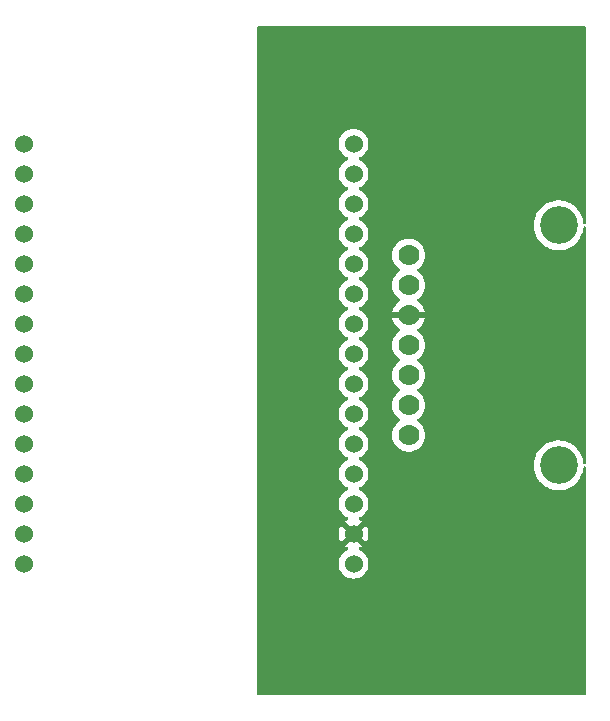
<source format=gbr>
%TF.GenerationSoftware,KiCad,Pcbnew,8.0.3*%
%TF.CreationDate,2024-07-11T16:06:48-07:00*%
%TF.ProjectId,RomiEnvironDetector,526f6d69-456e-4766-9972-6f6e44657465,rev?*%
%TF.SameCoordinates,Original*%
%TF.FileFunction,Copper,L2,Bot*%
%TF.FilePolarity,Positive*%
%FSLAX46Y46*%
G04 Gerber Fmt 4.6, Leading zero omitted, Abs format (unit mm)*
G04 Created by KiCad (PCBNEW 8.0.3) date 2024-07-11 16:06:48*
%MOMM*%
%LPD*%
G01*
G04 APERTURE LIST*
%TA.AperFunction,ComponentPad*%
%ADD10C,1.778000*%
%TD*%
%TA.AperFunction,ComponentPad*%
%ADD11C,3.200000*%
%TD*%
%TA.AperFunction,ComponentPad*%
%ADD12C,1.524000*%
%TD*%
G04 APERTURE END LIST*
D10*
%TO.P,BME688,1,VIN*%
%TO.N,Net-(BME688-VIN)*%
X140460000Y-74280000D03*
%TO.P,BME688,2,3Vo*%
%TO.N,unconnected-(BME688-3Vo-Pad2)*%
X140460000Y-76820000D03*
%TO.P,BME688,3,GND*%
%TO.N,GND*%
X140460000Y-79360000D03*
%TO.P,BME688,4,SCK*%
%TO.N,Net-(BME688-SCK)*%
X140460000Y-81900000D03*
%TO.P,BME688,5,SD0*%
%TO.N,unconnected-(BME688-SD0-Pad5)*%
X140460000Y-84440000D03*
%TO.P,BME688,6,SDI*%
%TO.N,Net-(BME688-SDI)*%
X140460000Y-86980000D03*
%TO.P,BME688,7,CS*%
%TO.N,unconnected-(BME688-CS-Pad7)*%
X140460000Y-89520000D03*
D11*
%TO.P,BME688,P$1*%
%TO.N,N/C*%
X153160000Y-71740000D03*
X153160000Y-92060000D03*
%TD*%
D12*
%TO.P,NodeMCU-ESP8266,1,A0*%
%TO.N,unconnected-(NodeMCU-ESP8266-A0-Pad1)*%
X107860000Y-64840000D03*
%TO.P,NodeMCU-ESP8266,2,G*%
%TO.N,unconnected-(NodeMCU-ESP8266-G-Pad2)*%
X107860000Y-67380000D03*
%TO.P,NodeMCU-ESP8266,3,VU*%
%TO.N,unconnected-(NodeMCU-ESP8266-VU-Pad3)*%
X107860000Y-69920000D03*
%TO.P,NodeMCU-ESP8266,4,S3*%
%TO.N,unconnected-(NodeMCU-ESP8266-S3-Pad4)*%
X107860000Y-72460000D03*
%TO.P,NodeMCU-ESP8266,5,S2*%
%TO.N,unconnected-(NodeMCU-ESP8266-S2-Pad5)*%
X107860000Y-75000000D03*
%TO.P,NodeMCU-ESP8266,6,S1*%
%TO.N,unconnected-(NodeMCU-ESP8266-S1-Pad6)*%
X107860000Y-77540000D03*
%TO.P,NodeMCU-ESP8266,7,SC*%
%TO.N,unconnected-(NodeMCU-ESP8266-SC-Pad7)*%
X107860000Y-80080000D03*
%TO.P,NodeMCU-ESP8266,8,S0*%
%TO.N,unconnected-(NodeMCU-ESP8266-S0-Pad8)*%
X107860000Y-82620000D03*
%TO.P,NodeMCU-ESP8266,9,SK*%
%TO.N,unconnected-(NodeMCU-ESP8266-SK-Pad9)*%
X107860000Y-85160000D03*
%TO.P,NodeMCU-ESP8266,10,G*%
%TO.N,unconnected-(NodeMCU-ESP8266-G-Pad10)*%
X107860000Y-87700000D03*
%TO.P,NodeMCU-ESP8266,11,3V*%
%TO.N,unconnected-(NodeMCU-ESP8266-3V-Pad11)*%
X107860000Y-90240000D03*
%TO.P,NodeMCU-ESP8266,12,EN*%
%TO.N,unconnected-(NodeMCU-ESP8266-EN-Pad12)*%
X107860000Y-92780000D03*
%TO.P,NodeMCU-ESP8266,13,RST*%
%TO.N,unconnected-(NodeMCU-ESP8266-RST-Pad13)*%
X107860000Y-95320000D03*
%TO.P,NodeMCU-ESP8266,14,G*%
%TO.N,unconnected-(NodeMCU-ESP8266-G-Pad14)*%
X107860000Y-97860000D03*
%TO.P,NodeMCU-ESP8266,15,VIN*%
%TO.N,unconnected-(NodeMCU-ESP8266-VIN-Pad15)*%
X107860000Y-100400000D03*
%TO.P,NodeMCU-ESP8266,16,3V*%
%TO.N,Net-(BME688-VIN)*%
X135800000Y-100400000D03*
%TO.P,NodeMCU-ESP8266,17,G*%
%TO.N,GND*%
X135800000Y-97860000D03*
%TO.P,NodeMCU-ESP8266,18,TX*%
%TO.N,unconnected-(NodeMCU-ESP8266-TX-Pad18)*%
X135800000Y-95320000D03*
%TO.P,NodeMCU-ESP8266,19,RX*%
%TO.N,unconnected-(NodeMCU-ESP8266-RX-Pad19)*%
X135800000Y-92780000D03*
%TO.P,NodeMCU-ESP8266,20,D8*%
%TO.N,unconnected-(NodeMCU-ESP8266-D8-Pad20)*%
X135800000Y-90240000D03*
%TO.P,NodeMCU-ESP8266,21,D7*%
%TO.N,unconnected-(NodeMCU-ESP8266-D7-Pad21)*%
X135800000Y-87700000D03*
%TO.P,NodeMCU-ESP8266,22,D6*%
%TO.N,unconnected-(NodeMCU-ESP8266-D6-Pad22)*%
X135800000Y-85160000D03*
%TO.P,NodeMCU-ESP8266,23,D5*%
%TO.N,unconnected-(NodeMCU-ESP8266-D5-Pad23)*%
X135800000Y-82620000D03*
%TO.P,NodeMCU-ESP8266,24,G*%
%TO.N,unconnected-(NodeMCU-ESP8266-G-Pad24)*%
X135800000Y-80080000D03*
%TO.P,NodeMCU-ESP8266,25,3V*%
%TO.N,unconnected-(NodeMCU-ESP8266-3V-Pad25)*%
X135800000Y-77540000D03*
%TO.P,NodeMCU-ESP8266,26,D4*%
%TO.N,unconnected-(NodeMCU-ESP8266-D4-Pad26)*%
X135800000Y-75000000D03*
%TO.P,NodeMCU-ESP8266,27,D3*%
%TO.N,unconnected-(NodeMCU-ESP8266-D3-Pad27)*%
X135800000Y-72460000D03*
%TO.P,NodeMCU-ESP8266,28,D2*%
%TO.N,Net-(BME688-SDI)*%
X135800000Y-69920000D03*
%TO.P,NodeMCU-ESP8266,29,D1*%
%TO.N,Net-(BME688-SCK)*%
X135800000Y-67380000D03*
%TO.P,NodeMCU-ESP8266,30,D0*%
%TO.N,unconnected-(NodeMCU-ESP8266-D0-Pad30)*%
X135800000Y-64840000D03*
%TD*%
%TA.AperFunction,Conductor*%
%TO.N,GND*%
G36*
X155442539Y-54920185D02*
G01*
X155488294Y-54972989D01*
X155499500Y-55024500D01*
X155499500Y-71532436D01*
X155479815Y-71599475D01*
X155427011Y-71645230D01*
X155357853Y-71655174D01*
X155294297Y-71626149D01*
X155256523Y-71567371D01*
X155251789Y-71540898D01*
X155248251Y-71489174D01*
X155245798Y-71453314D01*
X155187334Y-71171968D01*
X155091105Y-70901206D01*
X155091106Y-70901206D01*
X154958901Y-70646064D01*
X154793187Y-70411299D01*
X154714554Y-70327105D01*
X154597053Y-70201292D01*
X154374147Y-70019945D01*
X154374146Y-70019944D01*
X154128617Y-69870634D01*
X153865063Y-69756158D01*
X153865061Y-69756157D01*
X153865058Y-69756156D01*
X153735578Y-69719877D01*
X153588364Y-69678630D01*
X153588359Y-69678629D01*
X153588358Y-69678629D01*
X153446018Y-69659064D01*
X153303679Y-69639500D01*
X153303678Y-69639500D01*
X153016322Y-69639500D01*
X153016321Y-69639500D01*
X152731642Y-69678629D01*
X152731635Y-69678630D01*
X152523861Y-69736845D01*
X152454942Y-69756156D01*
X152454939Y-69756156D01*
X152454936Y-69756158D01*
X152454935Y-69756158D01*
X152191382Y-69870634D01*
X151945853Y-70019944D01*
X151722950Y-70201289D01*
X151526812Y-70411299D01*
X151361098Y-70646064D01*
X151228894Y-70901206D01*
X151132667Y-71171962D01*
X151132666Y-71171965D01*
X151074201Y-71453319D01*
X151054592Y-71740000D01*
X151074201Y-72026680D01*
X151132666Y-72308034D01*
X151132667Y-72308037D01*
X151228894Y-72578793D01*
X151228893Y-72578793D01*
X151361098Y-72833935D01*
X151526812Y-73068700D01*
X151567972Y-73112771D01*
X151722947Y-73278708D01*
X151901077Y-73423627D01*
X151945853Y-73460055D01*
X152191382Y-73609365D01*
X152316683Y-73663790D01*
X152454942Y-73723844D01*
X152731642Y-73801371D01*
X152981920Y-73835771D01*
X153016321Y-73840500D01*
X153016322Y-73840500D01*
X153303679Y-73840500D01*
X153334370Y-73836281D01*
X153588358Y-73801371D01*
X153865058Y-73723844D01*
X154007127Y-73662135D01*
X154128617Y-73609365D01*
X154128620Y-73609363D01*
X154128625Y-73609361D01*
X154374147Y-73460055D01*
X154597053Y-73278708D01*
X154793189Y-73068698D01*
X154958901Y-72833936D01*
X155091104Y-72578797D01*
X155187334Y-72308032D01*
X155245798Y-72026686D01*
X155251789Y-71939100D01*
X155276003Y-71873561D01*
X155331806Y-71831516D01*
X155401482Y-71826316D01*
X155462909Y-71859610D01*
X155496584Y-71920829D01*
X155499500Y-71947563D01*
X155499500Y-91852436D01*
X155479815Y-91919475D01*
X155427011Y-91965230D01*
X155357853Y-91975174D01*
X155294297Y-91946149D01*
X155256523Y-91887371D01*
X155251789Y-91860898D01*
X155248251Y-91809174D01*
X155245798Y-91773314D01*
X155187334Y-91491968D01*
X155091105Y-91221206D01*
X155091106Y-91221206D01*
X154958901Y-90966064D01*
X154793187Y-90731299D01*
X154714554Y-90647105D01*
X154597053Y-90521292D01*
X154418923Y-90376373D01*
X154374146Y-90339944D01*
X154128617Y-90190634D01*
X153865063Y-90076158D01*
X153865061Y-90076157D01*
X153865058Y-90076156D01*
X153735578Y-90039877D01*
X153588364Y-89998630D01*
X153588359Y-89998629D01*
X153588358Y-89998629D01*
X153399830Y-89972716D01*
X153303679Y-89959500D01*
X153303678Y-89959500D01*
X153016322Y-89959500D01*
X153016321Y-89959500D01*
X152731642Y-89998629D01*
X152731635Y-89998630D01*
X152523861Y-90056845D01*
X152454942Y-90076156D01*
X152454939Y-90076156D01*
X152454936Y-90076158D01*
X152454935Y-90076158D01*
X152191382Y-90190634D01*
X151945853Y-90339944D01*
X151722950Y-90521289D01*
X151526812Y-90731299D01*
X151361098Y-90966064D01*
X151228894Y-91221206D01*
X151132667Y-91491962D01*
X151132666Y-91491965D01*
X151074201Y-91773319D01*
X151054592Y-92060000D01*
X151074201Y-92346680D01*
X151132666Y-92628034D01*
X151132667Y-92628037D01*
X151228894Y-92898793D01*
X151228893Y-92898793D01*
X151361098Y-93153935D01*
X151526812Y-93388700D01*
X151611923Y-93479831D01*
X151722947Y-93598708D01*
X151909923Y-93750824D01*
X151945853Y-93780055D01*
X152191382Y-93929365D01*
X152316683Y-93983790D01*
X152454942Y-94043844D01*
X152731642Y-94121371D01*
X152981920Y-94155771D01*
X153016321Y-94160500D01*
X153016322Y-94160500D01*
X153303679Y-94160500D01*
X153334370Y-94156281D01*
X153588358Y-94121371D01*
X153865058Y-94043844D01*
X154007127Y-93982135D01*
X154128617Y-93929365D01*
X154128620Y-93929363D01*
X154128625Y-93929361D01*
X154374147Y-93780055D01*
X154597053Y-93598708D01*
X154793189Y-93388698D01*
X154958901Y-93153936D01*
X155091104Y-92898797D01*
X155187334Y-92628032D01*
X155245798Y-92346686D01*
X155251789Y-92259100D01*
X155276003Y-92193561D01*
X155331806Y-92151516D01*
X155401482Y-92146316D01*
X155462909Y-92179610D01*
X155496584Y-92240829D01*
X155499500Y-92267563D01*
X155499500Y-111375500D01*
X155479815Y-111442539D01*
X155427011Y-111488294D01*
X155375500Y-111499500D01*
X127724000Y-111499500D01*
X127656961Y-111479815D01*
X127611206Y-111427011D01*
X127600000Y-111375500D01*
X127600000Y-64839997D01*
X134532677Y-64839997D01*
X134532677Y-64840002D01*
X134551929Y-65060062D01*
X134551930Y-65060070D01*
X134609104Y-65273445D01*
X134609105Y-65273447D01*
X134609106Y-65273450D01*
X134702466Y-65473662D01*
X134702468Y-65473666D01*
X134829170Y-65654615D01*
X134829175Y-65654621D01*
X134985378Y-65810824D01*
X134985384Y-65810829D01*
X135166333Y-65937531D01*
X135166335Y-65937532D01*
X135166338Y-65937534D01*
X135285748Y-65993215D01*
X135295189Y-65997618D01*
X135347628Y-66043790D01*
X135366780Y-66110984D01*
X135346564Y-66177865D01*
X135295189Y-66222382D01*
X135166340Y-66282465D01*
X135166338Y-66282466D01*
X134985377Y-66409175D01*
X134829175Y-66565377D01*
X134702466Y-66746338D01*
X134702465Y-66746340D01*
X134609107Y-66946548D01*
X134609104Y-66946554D01*
X134551930Y-67159929D01*
X134551929Y-67159937D01*
X134532677Y-67379997D01*
X134532677Y-67380002D01*
X134551929Y-67600062D01*
X134551930Y-67600070D01*
X134609104Y-67813445D01*
X134609105Y-67813447D01*
X134609106Y-67813450D01*
X134702466Y-68013662D01*
X134702468Y-68013666D01*
X134829170Y-68194615D01*
X134829175Y-68194621D01*
X134985378Y-68350824D01*
X134985384Y-68350829D01*
X135166333Y-68477531D01*
X135166335Y-68477532D01*
X135166338Y-68477534D01*
X135285748Y-68533215D01*
X135295189Y-68537618D01*
X135347628Y-68583790D01*
X135366780Y-68650984D01*
X135346564Y-68717865D01*
X135295189Y-68762382D01*
X135166340Y-68822465D01*
X135166338Y-68822466D01*
X134985377Y-68949175D01*
X134829175Y-69105377D01*
X134702466Y-69286338D01*
X134702465Y-69286340D01*
X134609107Y-69486548D01*
X134609104Y-69486554D01*
X134551930Y-69699929D01*
X134551929Y-69699937D01*
X134532677Y-69919997D01*
X134532677Y-69920002D01*
X134551929Y-70140062D01*
X134551930Y-70140070D01*
X134609104Y-70353445D01*
X134609105Y-70353447D01*
X134609106Y-70353450D01*
X134636083Y-70411302D01*
X134702466Y-70553662D01*
X134702468Y-70553666D01*
X134829170Y-70734615D01*
X134829175Y-70734621D01*
X134985378Y-70890824D01*
X134985384Y-70890829D01*
X135166333Y-71017531D01*
X135166335Y-71017532D01*
X135166338Y-71017534D01*
X135285748Y-71073215D01*
X135295189Y-71077618D01*
X135347628Y-71123790D01*
X135366780Y-71190984D01*
X135346564Y-71257865D01*
X135295189Y-71302382D01*
X135166340Y-71362465D01*
X135166338Y-71362466D01*
X134985377Y-71489175D01*
X134829175Y-71645377D01*
X134702466Y-71826338D01*
X134702465Y-71826340D01*
X134609107Y-72026548D01*
X134609104Y-72026554D01*
X134551930Y-72239929D01*
X134551929Y-72239937D01*
X134532677Y-72459997D01*
X134532677Y-72460002D01*
X134551929Y-72680062D01*
X134551930Y-72680070D01*
X134609104Y-72893445D01*
X134609105Y-72893447D01*
X134609106Y-72893450D01*
X134660269Y-73003169D01*
X134702466Y-73093662D01*
X134702468Y-73093666D01*
X134829170Y-73274615D01*
X134829175Y-73274621D01*
X134985378Y-73430824D01*
X134985384Y-73430829D01*
X135166333Y-73557531D01*
X135166335Y-73557532D01*
X135166338Y-73557534D01*
X135277482Y-73609361D01*
X135295189Y-73617618D01*
X135347628Y-73663790D01*
X135366780Y-73730984D01*
X135346564Y-73797865D01*
X135295189Y-73842382D01*
X135166340Y-73902465D01*
X135166338Y-73902466D01*
X134985377Y-74029175D01*
X134829175Y-74185377D01*
X134702466Y-74366338D01*
X134702465Y-74366340D01*
X134609107Y-74566548D01*
X134609104Y-74566554D01*
X134551930Y-74779929D01*
X134551929Y-74779937D01*
X134532677Y-74999997D01*
X134532677Y-75000002D01*
X134551929Y-75220062D01*
X134551930Y-75220070D01*
X134609104Y-75433445D01*
X134609105Y-75433447D01*
X134609106Y-75433450D01*
X134687082Y-75600670D01*
X134702466Y-75633662D01*
X134702468Y-75633666D01*
X134829170Y-75814615D01*
X134829175Y-75814621D01*
X134985378Y-75970824D01*
X134985384Y-75970829D01*
X135166333Y-76097531D01*
X135166335Y-76097532D01*
X135166338Y-76097534D01*
X135285748Y-76153215D01*
X135295189Y-76157618D01*
X135347628Y-76203790D01*
X135366780Y-76270984D01*
X135346564Y-76337865D01*
X135295189Y-76382382D01*
X135166340Y-76442465D01*
X135166338Y-76442466D01*
X134985377Y-76569175D01*
X134829175Y-76725377D01*
X134702466Y-76906338D01*
X134702465Y-76906340D01*
X134609107Y-77106548D01*
X134609104Y-77106554D01*
X134551930Y-77319929D01*
X134551929Y-77319937D01*
X134532677Y-77539997D01*
X134532677Y-77540002D01*
X134551929Y-77760062D01*
X134551930Y-77760070D01*
X134609104Y-77973445D01*
X134609105Y-77973447D01*
X134609106Y-77973450D01*
X134654927Y-78071714D01*
X134702466Y-78173662D01*
X134702468Y-78173666D01*
X134829170Y-78354615D01*
X134829175Y-78354621D01*
X134985378Y-78510824D01*
X134985384Y-78510829D01*
X135166333Y-78637531D01*
X135166335Y-78637532D01*
X135166338Y-78637534D01*
X135285748Y-78693215D01*
X135295189Y-78697618D01*
X135347628Y-78743790D01*
X135366780Y-78810984D01*
X135346564Y-78877865D01*
X135295189Y-78922382D01*
X135166340Y-78982465D01*
X135166338Y-78982466D01*
X134985377Y-79109175D01*
X134829175Y-79265377D01*
X134702466Y-79446338D01*
X134702465Y-79446340D01*
X134609107Y-79646548D01*
X134609104Y-79646554D01*
X134551930Y-79859929D01*
X134551929Y-79859937D01*
X134532677Y-80079997D01*
X134532677Y-80080002D01*
X134551929Y-80300062D01*
X134551930Y-80300070D01*
X134609104Y-80513445D01*
X134609105Y-80513447D01*
X134609106Y-80513450D01*
X134654657Y-80611135D01*
X134702466Y-80713662D01*
X134702468Y-80713666D01*
X134829170Y-80894615D01*
X134829175Y-80894621D01*
X134985378Y-81050824D01*
X134985384Y-81050829D01*
X135166333Y-81177531D01*
X135166335Y-81177532D01*
X135166338Y-81177534D01*
X135285748Y-81233215D01*
X135295189Y-81237618D01*
X135347628Y-81283790D01*
X135366780Y-81350984D01*
X135346564Y-81417865D01*
X135295189Y-81462382D01*
X135166340Y-81522465D01*
X135166338Y-81522466D01*
X134985377Y-81649175D01*
X134829175Y-81805377D01*
X134702466Y-81986338D01*
X134702465Y-81986340D01*
X134609107Y-82186548D01*
X134609104Y-82186554D01*
X134551930Y-82399929D01*
X134551929Y-82399937D01*
X134532677Y-82619997D01*
X134532677Y-82620002D01*
X134551929Y-82840062D01*
X134551930Y-82840070D01*
X134609104Y-83053445D01*
X134609105Y-83053447D01*
X134609106Y-83053450D01*
X134687082Y-83220670D01*
X134702466Y-83253662D01*
X134702468Y-83253666D01*
X134829170Y-83434615D01*
X134829175Y-83434621D01*
X134985378Y-83590824D01*
X134985384Y-83590829D01*
X135166333Y-83717531D01*
X135166335Y-83717532D01*
X135166338Y-83717534D01*
X135285748Y-83773215D01*
X135295189Y-83777618D01*
X135347628Y-83823790D01*
X135366780Y-83890984D01*
X135346564Y-83957865D01*
X135295189Y-84002382D01*
X135166340Y-84062465D01*
X135166338Y-84062466D01*
X134985377Y-84189175D01*
X134829175Y-84345377D01*
X134702466Y-84526338D01*
X134702465Y-84526340D01*
X134609107Y-84726548D01*
X134609104Y-84726554D01*
X134551930Y-84939929D01*
X134551929Y-84939937D01*
X134532677Y-85159997D01*
X134532677Y-85160002D01*
X134551929Y-85380062D01*
X134551930Y-85380070D01*
X134609104Y-85593445D01*
X134609105Y-85593447D01*
X134609106Y-85593450D01*
X134687082Y-85760670D01*
X134702466Y-85793662D01*
X134702468Y-85793666D01*
X134829170Y-85974615D01*
X134829175Y-85974621D01*
X134985378Y-86130824D01*
X134985384Y-86130829D01*
X135166333Y-86257531D01*
X135166335Y-86257532D01*
X135166338Y-86257534D01*
X135285748Y-86313215D01*
X135295189Y-86317618D01*
X135347628Y-86363790D01*
X135366780Y-86430984D01*
X135346564Y-86497865D01*
X135295189Y-86542382D01*
X135166340Y-86602465D01*
X135166338Y-86602466D01*
X134985377Y-86729175D01*
X134829175Y-86885377D01*
X134702466Y-87066338D01*
X134702465Y-87066340D01*
X134609107Y-87266548D01*
X134609104Y-87266554D01*
X134551930Y-87479929D01*
X134551929Y-87479937D01*
X134532677Y-87699997D01*
X134532677Y-87700002D01*
X134551929Y-87920062D01*
X134551930Y-87920070D01*
X134609104Y-88133445D01*
X134609105Y-88133447D01*
X134609106Y-88133450D01*
X134687082Y-88300670D01*
X134702466Y-88333662D01*
X134702468Y-88333666D01*
X134829170Y-88514615D01*
X134829175Y-88514621D01*
X134985378Y-88670824D01*
X134985384Y-88670829D01*
X135166333Y-88797531D01*
X135166335Y-88797532D01*
X135166338Y-88797534D01*
X135285748Y-88853215D01*
X135295189Y-88857618D01*
X135347628Y-88903790D01*
X135366780Y-88970984D01*
X135346564Y-89037865D01*
X135295189Y-89082382D01*
X135166340Y-89142465D01*
X135166338Y-89142466D01*
X134985377Y-89269175D01*
X134829175Y-89425377D01*
X134702466Y-89606338D01*
X134702465Y-89606340D01*
X134609107Y-89806548D01*
X134609104Y-89806554D01*
X134551930Y-90019929D01*
X134551929Y-90019937D01*
X134532677Y-90239997D01*
X134532677Y-90240002D01*
X134551929Y-90460062D01*
X134551930Y-90460070D01*
X134609104Y-90673445D01*
X134609105Y-90673447D01*
X134609106Y-90673450D01*
X134666638Y-90796828D01*
X134702466Y-90873662D01*
X134702468Y-90873666D01*
X134829170Y-91054615D01*
X134829175Y-91054621D01*
X134985378Y-91210824D01*
X134985384Y-91210829D01*
X135166333Y-91337531D01*
X135166335Y-91337532D01*
X135166338Y-91337534D01*
X135285748Y-91393215D01*
X135295189Y-91397618D01*
X135347628Y-91443790D01*
X135366780Y-91510984D01*
X135346564Y-91577865D01*
X135295189Y-91622382D01*
X135166340Y-91682465D01*
X135166338Y-91682466D01*
X134985377Y-91809175D01*
X134829175Y-91965377D01*
X134702466Y-92146338D01*
X134702465Y-92146340D01*
X134609107Y-92346548D01*
X134609104Y-92346554D01*
X134551930Y-92559929D01*
X134551929Y-92559937D01*
X134532677Y-92779997D01*
X134532677Y-92780002D01*
X134551929Y-93000062D01*
X134551930Y-93000070D01*
X134609104Y-93213445D01*
X134609105Y-93213447D01*
X134609106Y-93213450D01*
X134690825Y-93388698D01*
X134702466Y-93413662D01*
X134702468Y-93413666D01*
X134829170Y-93594615D01*
X134829175Y-93594621D01*
X134985378Y-93750824D01*
X134985384Y-93750829D01*
X135166333Y-93877531D01*
X135166335Y-93877532D01*
X135166338Y-93877534D01*
X135277482Y-93929361D01*
X135295189Y-93937618D01*
X135347628Y-93983790D01*
X135366780Y-94050984D01*
X135346564Y-94117865D01*
X135295189Y-94162382D01*
X135166340Y-94222465D01*
X135166338Y-94222466D01*
X134985377Y-94349175D01*
X134829175Y-94505377D01*
X134702466Y-94686338D01*
X134702465Y-94686340D01*
X134609107Y-94886548D01*
X134609104Y-94886554D01*
X134551930Y-95099929D01*
X134551929Y-95099937D01*
X134532677Y-95319997D01*
X134532677Y-95320002D01*
X134551929Y-95540062D01*
X134551930Y-95540070D01*
X134609104Y-95753445D01*
X134609105Y-95753447D01*
X134609106Y-95753450D01*
X134702466Y-95953662D01*
X134702468Y-95953666D01*
X134829170Y-96134615D01*
X134829175Y-96134621D01*
X134985378Y-96290824D01*
X134985384Y-96290829D01*
X135166333Y-96417531D01*
X135166335Y-96417532D01*
X135166338Y-96417534D01*
X135295781Y-96477894D01*
X135348220Y-96524066D01*
X135367372Y-96591260D01*
X135347156Y-96658141D01*
X135295781Y-96702658D01*
X135166590Y-96762901D01*
X135101811Y-96808258D01*
X135772553Y-97479000D01*
X135749840Y-97479000D01*
X135652939Y-97504964D01*
X135566060Y-97555124D01*
X135495124Y-97626060D01*
X135444964Y-97712939D01*
X135419000Y-97809840D01*
X135419000Y-97832553D01*
X134748258Y-97161811D01*
X134702901Y-97226590D01*
X134609579Y-97426720D01*
X134609575Y-97426729D01*
X134552426Y-97640013D01*
X134552424Y-97640023D01*
X134533179Y-97859999D01*
X134533179Y-97860000D01*
X134552424Y-98079976D01*
X134552426Y-98079986D01*
X134609575Y-98293270D01*
X134609580Y-98293284D01*
X134702898Y-98493405D01*
X134702901Y-98493411D01*
X134748258Y-98558187D01*
X134748259Y-98558188D01*
X135419000Y-97887447D01*
X135419000Y-97910160D01*
X135444964Y-98007061D01*
X135495124Y-98093940D01*
X135566060Y-98164876D01*
X135652939Y-98215036D01*
X135749840Y-98241000D01*
X135772553Y-98241000D01*
X135101810Y-98911740D01*
X135166589Y-98957098D01*
X135295781Y-99017342D01*
X135348220Y-99063514D01*
X135367372Y-99130708D01*
X135347156Y-99197589D01*
X135295781Y-99242106D01*
X135166340Y-99302465D01*
X135166338Y-99302466D01*
X134985377Y-99429175D01*
X134829175Y-99585377D01*
X134702466Y-99766338D01*
X134702465Y-99766340D01*
X134609107Y-99966548D01*
X134609104Y-99966554D01*
X134551930Y-100179929D01*
X134551929Y-100179937D01*
X134532677Y-100399997D01*
X134532677Y-100400002D01*
X134551929Y-100620062D01*
X134551930Y-100620070D01*
X134609104Y-100833445D01*
X134609105Y-100833447D01*
X134609106Y-100833450D01*
X134702466Y-101033662D01*
X134702468Y-101033666D01*
X134829170Y-101214615D01*
X134829175Y-101214621D01*
X134985378Y-101370824D01*
X134985384Y-101370829D01*
X135166333Y-101497531D01*
X135166335Y-101497532D01*
X135166338Y-101497534D01*
X135366550Y-101590894D01*
X135579932Y-101648070D01*
X135737123Y-101661822D01*
X135799998Y-101667323D01*
X135800000Y-101667323D01*
X135800002Y-101667323D01*
X135855017Y-101662509D01*
X136020068Y-101648070D01*
X136233450Y-101590894D01*
X136433662Y-101497534D01*
X136614620Y-101370826D01*
X136770826Y-101214620D01*
X136897534Y-101033662D01*
X136990894Y-100833450D01*
X137048070Y-100620068D01*
X137067323Y-100400000D01*
X137048070Y-100179932D01*
X136990894Y-99966550D01*
X136897534Y-99766339D01*
X136770826Y-99585380D01*
X136614620Y-99429174D01*
X136614616Y-99429171D01*
X136614615Y-99429170D01*
X136433666Y-99302468D01*
X136433662Y-99302466D01*
X136304218Y-99242105D01*
X136251779Y-99195932D01*
X136232627Y-99128739D01*
X136252843Y-99061858D01*
X136304219Y-99017340D01*
X136433416Y-98957095D01*
X136433417Y-98957094D01*
X136498188Y-98911741D01*
X135827448Y-98241000D01*
X135850160Y-98241000D01*
X135947061Y-98215036D01*
X136033940Y-98164876D01*
X136104876Y-98093940D01*
X136155036Y-98007061D01*
X136181000Y-97910160D01*
X136181000Y-97887447D01*
X136851741Y-98558188D01*
X136897094Y-98493417D01*
X136897100Y-98493407D01*
X136990419Y-98293284D01*
X136990424Y-98293270D01*
X137047573Y-98079986D01*
X137047575Y-98079976D01*
X137066821Y-97860000D01*
X137066821Y-97859999D01*
X137047575Y-97640023D01*
X137047573Y-97640013D01*
X136990424Y-97426729D01*
X136990420Y-97426720D01*
X136897096Y-97226586D01*
X136851741Y-97161811D01*
X136851740Y-97161810D01*
X136181000Y-97832551D01*
X136181000Y-97809840D01*
X136155036Y-97712939D01*
X136104876Y-97626060D01*
X136033940Y-97555124D01*
X135947061Y-97504964D01*
X135850160Y-97479000D01*
X135827448Y-97479000D01*
X136498188Y-96808259D01*
X136498187Y-96808258D01*
X136433411Y-96762901D01*
X136433405Y-96762898D01*
X136304219Y-96702658D01*
X136251779Y-96656486D01*
X136232627Y-96589293D01*
X136252843Y-96522411D01*
X136304219Y-96477894D01*
X136433662Y-96417534D01*
X136614620Y-96290826D01*
X136770826Y-96134620D01*
X136897534Y-95953662D01*
X136990894Y-95753450D01*
X137048070Y-95540068D01*
X137067323Y-95320000D01*
X137048070Y-95099932D01*
X136990894Y-94886550D01*
X136897534Y-94686339D01*
X136770826Y-94505380D01*
X136614620Y-94349174D01*
X136614616Y-94349171D01*
X136614615Y-94349170D01*
X136433666Y-94222468D01*
X136433658Y-94222464D01*
X136304811Y-94162382D01*
X136252371Y-94116210D01*
X136233219Y-94049017D01*
X136253435Y-93982135D01*
X136304811Y-93937618D01*
X136310802Y-93934824D01*
X136433662Y-93877534D01*
X136614620Y-93750826D01*
X136770826Y-93594620D01*
X136897534Y-93413662D01*
X136990894Y-93213450D01*
X137048070Y-93000068D01*
X137067323Y-92780000D01*
X137048070Y-92559932D01*
X136990894Y-92346550D01*
X136897534Y-92146339D01*
X136770826Y-91965380D01*
X136614620Y-91809174D01*
X136614616Y-91809171D01*
X136614615Y-91809170D01*
X136433666Y-91682468D01*
X136433658Y-91682464D01*
X136304811Y-91622382D01*
X136252371Y-91576210D01*
X136233219Y-91509017D01*
X136253435Y-91442135D01*
X136304811Y-91397618D01*
X136310802Y-91394824D01*
X136433662Y-91337534D01*
X136614620Y-91210826D01*
X136770826Y-91054620D01*
X136897534Y-90873662D01*
X136990894Y-90673450D01*
X137048070Y-90460068D01*
X137067323Y-90240000D01*
X137048070Y-90019932D01*
X136990894Y-89806550D01*
X136897534Y-89606339D01*
X136770826Y-89425380D01*
X136614620Y-89269174D01*
X136614616Y-89269171D01*
X136614615Y-89269170D01*
X136433666Y-89142468D01*
X136433658Y-89142464D01*
X136304811Y-89082382D01*
X136252371Y-89036210D01*
X136233219Y-88969017D01*
X136253435Y-88902135D01*
X136304811Y-88857618D01*
X136310802Y-88854824D01*
X136433662Y-88797534D01*
X136614620Y-88670826D01*
X136770826Y-88514620D01*
X136897534Y-88333662D01*
X136990894Y-88133450D01*
X137048070Y-87920068D01*
X137067323Y-87700000D01*
X137048070Y-87479932D01*
X136990894Y-87266550D01*
X136897534Y-87066339D01*
X136770826Y-86885380D01*
X136614620Y-86729174D01*
X136614616Y-86729171D01*
X136614615Y-86729170D01*
X136433666Y-86602468D01*
X136433658Y-86602464D01*
X136304811Y-86542382D01*
X136252371Y-86496210D01*
X136233219Y-86429017D01*
X136253435Y-86362135D01*
X136304811Y-86317618D01*
X136310802Y-86314824D01*
X136433662Y-86257534D01*
X136614620Y-86130826D01*
X136770826Y-85974620D01*
X136897534Y-85793662D01*
X136990894Y-85593450D01*
X137048070Y-85380068D01*
X137067323Y-85160000D01*
X137048070Y-84939932D01*
X136990894Y-84726550D01*
X136897534Y-84526339D01*
X136770826Y-84345380D01*
X136614620Y-84189174D01*
X136614616Y-84189171D01*
X136614615Y-84189170D01*
X136433666Y-84062468D01*
X136433658Y-84062464D01*
X136304811Y-84002382D01*
X136252371Y-83956210D01*
X136233219Y-83889017D01*
X136253435Y-83822135D01*
X136304811Y-83777618D01*
X136310802Y-83774824D01*
X136433662Y-83717534D01*
X136614620Y-83590826D01*
X136770826Y-83434620D01*
X136897534Y-83253662D01*
X136990894Y-83053450D01*
X137048070Y-82840068D01*
X137067323Y-82620000D01*
X137048070Y-82399932D01*
X136990894Y-82186550D01*
X136897534Y-81986339D01*
X136770826Y-81805380D01*
X136614620Y-81649174D01*
X136614616Y-81649171D01*
X136614615Y-81649170D01*
X136433666Y-81522468D01*
X136433658Y-81522464D01*
X136304811Y-81462382D01*
X136252371Y-81416210D01*
X136233219Y-81349017D01*
X136253435Y-81282135D01*
X136304811Y-81237618D01*
X136310802Y-81234824D01*
X136433662Y-81177534D01*
X136614620Y-81050826D01*
X136770826Y-80894620D01*
X136897534Y-80713662D01*
X136990894Y-80513450D01*
X137048070Y-80300068D01*
X137067323Y-80080000D01*
X137048070Y-79859932D01*
X136990894Y-79646550D01*
X136897534Y-79446339D01*
X136770826Y-79265380D01*
X136614620Y-79109174D01*
X136614616Y-79109171D01*
X136614615Y-79109170D01*
X136433666Y-78982468D01*
X136433658Y-78982464D01*
X136304811Y-78922382D01*
X136252371Y-78876210D01*
X136233219Y-78809017D01*
X136253435Y-78742135D01*
X136304811Y-78697618D01*
X136310802Y-78694824D01*
X136433662Y-78637534D01*
X136614620Y-78510826D01*
X136770826Y-78354620D01*
X136897534Y-78173662D01*
X136990894Y-77973450D01*
X137048070Y-77760068D01*
X137067323Y-77540000D01*
X137048070Y-77319932D01*
X136990894Y-77106550D01*
X136897534Y-76906339D01*
X136770826Y-76725380D01*
X136614620Y-76569174D01*
X136614616Y-76569171D01*
X136614615Y-76569170D01*
X136433666Y-76442468D01*
X136433658Y-76442464D01*
X136304811Y-76382382D01*
X136252371Y-76336210D01*
X136233219Y-76269017D01*
X136253435Y-76202135D01*
X136304811Y-76157618D01*
X136310802Y-76154824D01*
X136433662Y-76097534D01*
X136614620Y-75970826D01*
X136770826Y-75814620D01*
X136897534Y-75633662D01*
X136990894Y-75433450D01*
X137048070Y-75220068D01*
X137067323Y-75000000D01*
X137048070Y-74779932D01*
X136990894Y-74566550D01*
X136897534Y-74366339D01*
X136837075Y-74279994D01*
X139065738Y-74279994D01*
X139065738Y-74280005D01*
X139084753Y-74509484D01*
X139141282Y-74732714D01*
X139233782Y-74943594D01*
X139359728Y-75136370D01*
X139359731Y-75136373D01*
X139515692Y-75305792D01*
X139632591Y-75396778D01*
X139701459Y-75450380D01*
X139700476Y-75451641D01*
X139741183Y-75499349D01*
X139750600Y-75568581D01*
X139721092Y-75631914D01*
X139701136Y-75649205D01*
X139701459Y-75649620D01*
X139515694Y-75794206D01*
X139515689Y-75794211D01*
X139359728Y-75963629D01*
X139233782Y-76156405D01*
X139141282Y-76367285D01*
X139084753Y-76590515D01*
X139065738Y-76819994D01*
X139065738Y-76820005D01*
X139084753Y-77049484D01*
X139141282Y-77272714D01*
X139233782Y-77483594D01*
X139359728Y-77676370D01*
X139359731Y-77676373D01*
X139515692Y-77845792D01*
X139632591Y-77936778D01*
X139701459Y-77990380D01*
X139700570Y-77991521D01*
X139741632Y-78039624D01*
X139751063Y-78108855D01*
X139721568Y-78172194D01*
X139701429Y-78189650D01*
X139701733Y-78190040D01*
X139516039Y-78334571D01*
X139516029Y-78334580D01*
X139360126Y-78503937D01*
X139234224Y-78696644D01*
X139141757Y-78907446D01*
X139090464Y-79109999D01*
X139090464Y-79110000D01*
X140026988Y-79110000D01*
X139994075Y-79167007D01*
X139960000Y-79294174D01*
X139960000Y-79425826D01*
X139994075Y-79552993D01*
X140026988Y-79610000D01*
X139090464Y-79610000D01*
X139141757Y-79812553D01*
X139234224Y-80023355D01*
X139360126Y-80216062D01*
X139516029Y-80385419D01*
X139516039Y-80385428D01*
X139701733Y-80529960D01*
X139700789Y-80531172D01*
X139741639Y-80579043D01*
X139751060Y-80648274D01*
X139721556Y-80711609D01*
X139701181Y-80729263D01*
X139701459Y-80729620D01*
X139515694Y-80874206D01*
X139515689Y-80874211D01*
X139359728Y-81043629D01*
X139233782Y-81236405D01*
X139141282Y-81447285D01*
X139084753Y-81670515D01*
X139065738Y-81899994D01*
X139065738Y-81900005D01*
X139084753Y-82129484D01*
X139141282Y-82352714D01*
X139233782Y-82563594D01*
X139359728Y-82756370D01*
X139359731Y-82756373D01*
X139515692Y-82925792D01*
X139632591Y-83016778D01*
X139701459Y-83070380D01*
X139700476Y-83071641D01*
X139741183Y-83119349D01*
X139750600Y-83188581D01*
X139721092Y-83251914D01*
X139701136Y-83269205D01*
X139701459Y-83269620D01*
X139515694Y-83414206D01*
X139515689Y-83414211D01*
X139359728Y-83583629D01*
X139233782Y-83776405D01*
X139141282Y-83987285D01*
X139084753Y-84210515D01*
X139065738Y-84439994D01*
X139065738Y-84440005D01*
X139084753Y-84669484D01*
X139141282Y-84892714D01*
X139233782Y-85103594D01*
X139359728Y-85296370D01*
X139359731Y-85296373D01*
X139515692Y-85465792D01*
X139632591Y-85556778D01*
X139701459Y-85610380D01*
X139700476Y-85611641D01*
X139741183Y-85659349D01*
X139750600Y-85728581D01*
X139721092Y-85791914D01*
X139701136Y-85809205D01*
X139701459Y-85809620D01*
X139515694Y-85954206D01*
X139515689Y-85954211D01*
X139359728Y-86123629D01*
X139233782Y-86316405D01*
X139141282Y-86527285D01*
X139084753Y-86750515D01*
X139065738Y-86979994D01*
X139065738Y-86980005D01*
X139084753Y-87209484D01*
X139141282Y-87432714D01*
X139233782Y-87643594D01*
X139359728Y-87836370D01*
X139359731Y-87836373D01*
X139515692Y-88005792D01*
X139632591Y-88096778D01*
X139701459Y-88150380D01*
X139700476Y-88151641D01*
X139741183Y-88199349D01*
X139750600Y-88268581D01*
X139721092Y-88331914D01*
X139701136Y-88349205D01*
X139701459Y-88349620D01*
X139515694Y-88494206D01*
X139515689Y-88494211D01*
X139359728Y-88663629D01*
X139233782Y-88856405D01*
X139141282Y-89067285D01*
X139084753Y-89290515D01*
X139065738Y-89519994D01*
X139065738Y-89520005D01*
X139084753Y-89749484D01*
X139141282Y-89972714D01*
X139233782Y-90183594D01*
X139359728Y-90376370D01*
X139359731Y-90376373D01*
X139515692Y-90545792D01*
X139629139Y-90634091D01*
X139679707Y-90673450D01*
X139697411Y-90687229D01*
X139899931Y-90796828D01*
X140013025Y-90835653D01*
X140117725Y-90871597D01*
X140117727Y-90871597D01*
X140117729Y-90871598D01*
X140344863Y-90909500D01*
X140344864Y-90909500D01*
X140575136Y-90909500D01*
X140575137Y-90909500D01*
X140802271Y-90871598D01*
X141020069Y-90796828D01*
X141222589Y-90687229D01*
X141404308Y-90545792D01*
X141560269Y-90376373D01*
X141686217Y-90183595D01*
X141778717Y-89972716D01*
X141835246Y-89749488D01*
X141854262Y-89520000D01*
X141835246Y-89290512D01*
X141778717Y-89067284D01*
X141686217Y-88856405D01*
X141560271Y-88663629D01*
X141423099Y-88514621D01*
X141404308Y-88494208D01*
X141222589Y-88352771D01*
X141222590Y-88352771D01*
X141218541Y-88349620D01*
X141219525Y-88348354D01*
X141178824Y-88300670D01*
X141169396Y-88231439D01*
X141198893Y-88168102D01*
X141218865Y-88150796D01*
X141218541Y-88150380D01*
X141255174Y-88121866D01*
X141404308Y-88005792D01*
X141560269Y-87836373D01*
X141686217Y-87643595D01*
X141778717Y-87432716D01*
X141835246Y-87209488D01*
X141854262Y-86980000D01*
X141835246Y-86750512D01*
X141778717Y-86527284D01*
X141686217Y-86316405D01*
X141560271Y-86123629D01*
X141423099Y-85974621D01*
X141404308Y-85954208D01*
X141222589Y-85812771D01*
X141222590Y-85812771D01*
X141218541Y-85809620D01*
X141219525Y-85808354D01*
X141178824Y-85760670D01*
X141169396Y-85691439D01*
X141198893Y-85628102D01*
X141218865Y-85610796D01*
X141218541Y-85610380D01*
X141255174Y-85581866D01*
X141404308Y-85465792D01*
X141560269Y-85296373D01*
X141686217Y-85103595D01*
X141778717Y-84892716D01*
X141835246Y-84669488D01*
X141854262Y-84440000D01*
X141835246Y-84210512D01*
X141778717Y-83987284D01*
X141686217Y-83776405D01*
X141560271Y-83583629D01*
X141423099Y-83434621D01*
X141404308Y-83414208D01*
X141222589Y-83272771D01*
X141222590Y-83272771D01*
X141218541Y-83269620D01*
X141219525Y-83268354D01*
X141178824Y-83220670D01*
X141169396Y-83151439D01*
X141198893Y-83088102D01*
X141218865Y-83070796D01*
X141218541Y-83070380D01*
X141255174Y-83041866D01*
X141404308Y-82925792D01*
X141560269Y-82756373D01*
X141686217Y-82563595D01*
X141778717Y-82352716D01*
X141835246Y-82129488D01*
X141854262Y-81900000D01*
X141835246Y-81670512D01*
X141778717Y-81447284D01*
X141686217Y-81236405D01*
X141560271Y-81043629D01*
X141423099Y-80894621D01*
X141404308Y-80874208D01*
X141222589Y-80732771D01*
X141222590Y-80732771D01*
X141218541Y-80729620D01*
X141219428Y-80728480D01*
X141178363Y-80680366D01*
X141168938Y-80611135D01*
X141198437Y-80547798D01*
X141218572Y-80530352D01*
X141218267Y-80529960D01*
X141403960Y-80385428D01*
X141403970Y-80385419D01*
X141559873Y-80216062D01*
X141685775Y-80023355D01*
X141778242Y-79812553D01*
X141829535Y-79610000D01*
X140893012Y-79610000D01*
X140925925Y-79552993D01*
X140960000Y-79425826D01*
X140960000Y-79294174D01*
X140925925Y-79167007D01*
X140893012Y-79110000D01*
X141829536Y-79110000D01*
X141829535Y-79109999D01*
X141778242Y-78907446D01*
X141685775Y-78696644D01*
X141559873Y-78503937D01*
X141403970Y-78334580D01*
X141403960Y-78334571D01*
X141218267Y-78190040D01*
X141219209Y-78188829D01*
X141178355Y-78140947D01*
X141168941Y-78071714D01*
X141198450Y-78008382D01*
X141218820Y-77990738D01*
X141218541Y-77990380D01*
X141255174Y-77961866D01*
X141404308Y-77845792D01*
X141560269Y-77676373D01*
X141686217Y-77483595D01*
X141778717Y-77272716D01*
X141835246Y-77049488D01*
X141854262Y-76820000D01*
X141835246Y-76590512D01*
X141778717Y-76367284D01*
X141686217Y-76156405D01*
X141560271Y-75963629D01*
X141423099Y-75814621D01*
X141404308Y-75794208D01*
X141222589Y-75652771D01*
X141222590Y-75652771D01*
X141218541Y-75649620D01*
X141219525Y-75648354D01*
X141178824Y-75600670D01*
X141169396Y-75531439D01*
X141198893Y-75468102D01*
X141218865Y-75450796D01*
X141218541Y-75450380D01*
X141255174Y-75421866D01*
X141404308Y-75305792D01*
X141560269Y-75136373D01*
X141686217Y-74943595D01*
X141778717Y-74732716D01*
X141835246Y-74509488D01*
X141854262Y-74280000D01*
X141835246Y-74050512D01*
X141778717Y-73827284D01*
X141686217Y-73616405D01*
X141681615Y-73609361D01*
X141560271Y-73423629D01*
X141533355Y-73394390D01*
X141404308Y-73254208D01*
X141336036Y-73201070D01*
X141222591Y-73112772D01*
X141020069Y-73003172D01*
X141020061Y-73003169D01*
X140802274Y-72928402D01*
X140592785Y-72893445D01*
X140575137Y-72890500D01*
X140344863Y-72890500D01*
X140327215Y-72893445D01*
X140117725Y-72928402D01*
X139899938Y-73003169D01*
X139899930Y-73003172D01*
X139697408Y-73112772D01*
X139515694Y-73254206D01*
X139515689Y-73254211D01*
X139359728Y-73423629D01*
X139233782Y-73616405D01*
X139141282Y-73827285D01*
X139084753Y-74050515D01*
X139065738Y-74279994D01*
X136837075Y-74279994D01*
X136770826Y-74185380D01*
X136614620Y-74029174D01*
X136614616Y-74029171D01*
X136614615Y-74029170D01*
X136433666Y-73902468D01*
X136433658Y-73902464D01*
X136304811Y-73842382D01*
X136252371Y-73796210D01*
X136233219Y-73729017D01*
X136253435Y-73662135D01*
X136304811Y-73617618D01*
X136310802Y-73614824D01*
X136433662Y-73557534D01*
X136614620Y-73430826D01*
X136770826Y-73274620D01*
X136897534Y-73093662D01*
X136990894Y-72893450D01*
X137048070Y-72680068D01*
X137067323Y-72460000D01*
X137048070Y-72239932D01*
X136990894Y-72026550D01*
X136897534Y-71826339D01*
X136770826Y-71645380D01*
X136614620Y-71489174D01*
X136614616Y-71489171D01*
X136614615Y-71489170D01*
X136433666Y-71362468D01*
X136433658Y-71362464D01*
X136304811Y-71302382D01*
X136252371Y-71256210D01*
X136233219Y-71189017D01*
X136253435Y-71122135D01*
X136304811Y-71077618D01*
X136310802Y-71074824D01*
X136433662Y-71017534D01*
X136614620Y-70890826D01*
X136770826Y-70734620D01*
X136897534Y-70553662D01*
X136990894Y-70353450D01*
X137048070Y-70140068D01*
X137067323Y-69920000D01*
X137048070Y-69699932D01*
X136990894Y-69486550D01*
X136897534Y-69286339D01*
X136770826Y-69105380D01*
X136614620Y-68949174D01*
X136614616Y-68949171D01*
X136614615Y-68949170D01*
X136433666Y-68822468D01*
X136433658Y-68822464D01*
X136304811Y-68762382D01*
X136252371Y-68716210D01*
X136233219Y-68649017D01*
X136253435Y-68582135D01*
X136304811Y-68537618D01*
X136310802Y-68534824D01*
X136433662Y-68477534D01*
X136614620Y-68350826D01*
X136770826Y-68194620D01*
X136897534Y-68013662D01*
X136990894Y-67813450D01*
X137048070Y-67600068D01*
X137067323Y-67380000D01*
X137048070Y-67159932D01*
X136990894Y-66946550D01*
X136897534Y-66746339D01*
X136770826Y-66565380D01*
X136614620Y-66409174D01*
X136614616Y-66409171D01*
X136614615Y-66409170D01*
X136433666Y-66282468D01*
X136433658Y-66282464D01*
X136304811Y-66222382D01*
X136252371Y-66176210D01*
X136233219Y-66109017D01*
X136253435Y-66042135D01*
X136304811Y-65997618D01*
X136310802Y-65994824D01*
X136433662Y-65937534D01*
X136614620Y-65810826D01*
X136770826Y-65654620D01*
X136897534Y-65473662D01*
X136990894Y-65273450D01*
X137048070Y-65060068D01*
X137067323Y-64840000D01*
X137048070Y-64619932D01*
X136990894Y-64406550D01*
X136897534Y-64206339D01*
X136770826Y-64025380D01*
X136614620Y-63869174D01*
X136614616Y-63869171D01*
X136614615Y-63869170D01*
X136433666Y-63742468D01*
X136433662Y-63742466D01*
X136433660Y-63742465D01*
X136233450Y-63649106D01*
X136233447Y-63649105D01*
X136233445Y-63649104D01*
X136020070Y-63591930D01*
X136020062Y-63591929D01*
X135800002Y-63572677D01*
X135799998Y-63572677D01*
X135579937Y-63591929D01*
X135579929Y-63591930D01*
X135366554Y-63649104D01*
X135366548Y-63649107D01*
X135166340Y-63742465D01*
X135166338Y-63742466D01*
X134985377Y-63869175D01*
X134829175Y-64025377D01*
X134702466Y-64206338D01*
X134702465Y-64206340D01*
X134609107Y-64406548D01*
X134609104Y-64406554D01*
X134551930Y-64619929D01*
X134551929Y-64619937D01*
X134532677Y-64839997D01*
X127600000Y-64839997D01*
X127600000Y-55024500D01*
X127619685Y-54957461D01*
X127672489Y-54911706D01*
X127724000Y-54900500D01*
X155375500Y-54900500D01*
X155442539Y-54920185D01*
G37*
%TD.AperFunction*%
%TD*%
M02*

</source>
